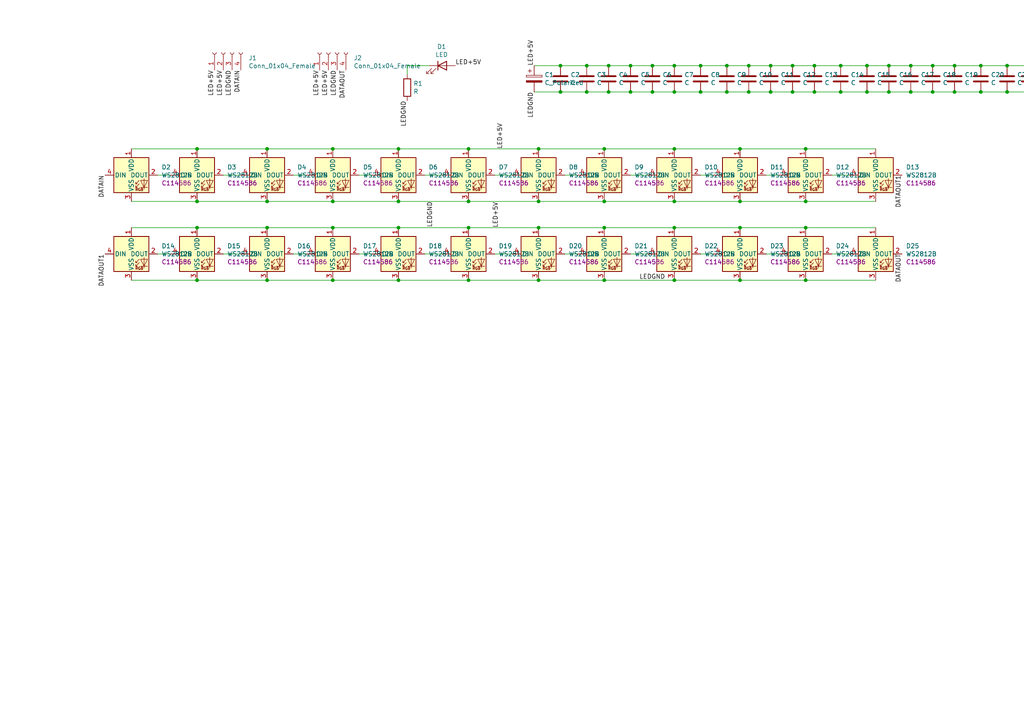
<source format=kicad_sch>
(kicad_sch (version 20211123) (generator eeschema)
  (paper "A4")
  (title_block (title "ELEC PANEL") (date "2023-02-10") (rev "3"))
  (lib_symbols
    (symbol "Connector:Conn_01x04_Female" (pin_names (offset 1.016) hide)
      (property "Reference" "J" (at 0 5.08 0))
      (property "Value" "Conn_01x04_Female" (at 0 -7.62 0))
      (symbol "Conn_01x04_Female_1_1"
        (arc (start 0 -4.572) (mid -0.508 -5.08) (end 0 -5.588) (stroke (width 0.1524)))
        (arc (start 0 -2.032) (mid -0.508 -2.54) (end 0 -3.048) (stroke (width 0.1524)))
        (polyline (pts (xy -1.27 -5.08) (xy -0.508 -5.08)) (stroke (width 0.1524)))
        (polyline (pts (xy -1.27 -2.54) (xy -0.508 -2.54)) (stroke (width 0.1524)))
        (polyline (pts (xy -1.27 0) (xy -0.508 0)) (stroke (width 0.1524)))
        (polyline (pts (xy -1.27 2.54) (xy -0.508 2.54)) (stroke (width 0.1524)))
        (arc (start 0 0.508) (mid -0.508 0) (end 0 -0.508) (stroke (width 0.1524)))
        (arc (start 0 3.048) (mid -0.508 2.54) (end 0 2.032) (stroke (width 0.1524)))
        (pin passive line (at -5.08 2.54 0) (length 3.81) (name "Pin_1") (number "1"))
        (pin passive line (at -5.08 0 0) (length 3.81) (name "Pin_2") (number "2"))
        (pin passive line (at -5.08 -2.54 0) (length 3.81) (name "Pin_3") (number "3"))
        (pin passive line (at -5.08 -5.08 0) (length 3.81) (name "Pin_4") (number "4"))
      )
    )
    (symbol "Device:C" (pin_numbers hide) (pin_names (offset 0.254))
      (property "Reference" "C" (at 0.635 2.54 0))
      (property "Value" "C" (at 0.635 -2.54 0))
      (symbol "C_0_1"
        (polyline (pts (xy -2.032 -0.762) (xy 2.032 -0.762)) (stroke (width 0.508)))
        (polyline (pts (xy -2.032 0.762) (xy 2.032 0.762)) (stroke (width 0.508)))
      )
      (symbol "C_1_1"
        (pin passive line (at 0 3.81 270) (length 2.794) (name "~") (number "1"))
        (pin passive line (at 0 -3.81 90) (length 2.794) (name "~") (number "2"))
      )
    )
    (symbol "Device:C_Polarized" (pin_numbers hide) (pin_names (offset 0.254))
      (property "Reference" "C" (at 0.635 2.54 0))
      (property "Value" "C_Polarized" (at 0.635 -2.54 0))
      (symbol "C_Polarized_0_1"
        (rectangle (start -2.286 0.508) (end 2.286 1.016))
        (polyline (pts (xy -1.778 2.286) (xy -0.762 2.286)))
        (polyline (pts (xy -1.27 2.794) (xy -1.27 1.778)))
        (rectangle (start 2.286 -0.508) (end -2.286 -1.016) (fill (type outline)))
      )
      (symbol "C_Polarized_1_1"
        (pin passive line (at 0 3.81 270) (length 2.794) (name "~") (number "1"))
        (pin passive line (at 0 -3.81 90) (length 2.794) (name "~") (number "2"))
      )
    )
    (symbol "Device:LED" (pin_numbers hide) (pin_names (offset 1.016) hide)
      (property "Reference" "D" (at 0 2.54 0))
      (property "Value" "LED" (at 0 -2.54 0))
      (symbol "LED_0_1"
        (polyline (pts (xy -1.27 -1.27) (xy -1.27 1.27)) (stroke (width 0.254)))
        (polyline (pts (xy -1.27 0) (xy 1.27 0)))
        (polyline (pts (xy 1.27 -1.27) (xy 1.27 1.27) (xy -1.27 0) (xy 1.27 -1.27)) (stroke (width 0.254)))
        (polyline (pts (xy -3.048 -0.762) (xy -4.572 -2.286) (xy -3.81 -2.286) (xy -4.572 -2.286) (xy -4.572 -1.524)))
        (polyline (pts (xy -1.778 -0.762) (xy -3.302 -2.286) (xy -2.54 -2.286) (xy -3.302 -2.286) (xy -3.302 -1.524)))
      )
      (symbol "LED_1_1"
        (pin passive line (at -3.81 0 0) (length 2.54) (name "K") (number "1"))
        (pin passive line (at 3.81 0 180) (length 2.54) (name "A") (number "2"))
      )
    )
    (symbol "Device:R" (pin_numbers hide) (pin_names (offset 0))
      (property "Reference" "R" (at 2.032 0 90))
      (property "Value" "R" (at 0 0 90))
      (symbol "R_0_1"
        (rectangle (start -1.016 -2.54) (end 1.016 2.54) (stroke (width 0.254)))
      )
      (symbol "R_1_1"
        (pin passive line (at 0 3.81 270) (length 1.27) (name "~") (number "1"))
        (pin passive line (at 0 -3.81 90) (length 1.27) (name "~") (number "2"))
      )
    )
    (symbol "LED:WS2812B" (pin_names (offset 0.254))
      (property "Reference" "D" (at 5.08 5.715 0))
      (property "Value" "WS2812B" (at 1.27 -5.715 0))
      (symbol "WS2812B_0_0"
        (text "RGB" (at 2.286 -4.191 0) (effects (font (size 0.762 0.762))))
      )
      (symbol "WS2812B_0_1"
        (polyline (pts (xy 1.27 -3.556) (xy 1.778 -3.556)))
        (polyline (pts (xy 1.27 -2.54) (xy 1.778 -2.54)))
        (polyline (pts (xy 4.699 -3.556) (xy 2.667 -3.556)))
        (polyline (pts (xy 2.286 -2.54) (xy 1.27 -3.556) (xy 1.27 -3.048)))
        (polyline (pts (xy 2.286 -1.524) (xy 1.27 -2.54) (xy 1.27 -2.032)))
        (polyline (pts (xy 3.683 -1.016) (xy 3.683 -3.556) (xy 3.683 -4.064)))
        (polyline (pts (xy 4.699 -1.524) (xy 2.667 -1.524) (xy 3.683 -3.556) (xy 4.699 -1.524)))
        (rectangle (start 5.08 5.08) (end -5.08 -5.08) (stroke (width 0.254)) (fill (type background)))
      )
      (symbol "WS2812B_1_1"
        (pin power_in line (at 0 7.62 270) (length 2.54) (name "VDD") (number "1"))
        (pin output line (at 7.62 0 180) (length 2.54) (name "DOUT") (number "2"))
        (pin power_in line (at 0 -7.62 90) (length 2.54) (name "VSS") (number "3"))
        (pin input line (at -7.62 0 0) (length 2.54) (name "DIN") (number "4"))
      )
    )
  )
  (junction (at 203.2 19.05))
  (junction (at 189.23 19.05))
  (junction (at 229.87 19.05))
  (junction (at 276.86 26.67))
  (junction (at 304.8 26.67))
  (junction (at 195.58 43.18))
  (junction (at 298.45 26.67))
  (junction (at 214.63 66.04))
  (junction (at 115.57 81.28))
  (junction (at 77.47 81.28))
  (junction (at 214.63 58.42))
  (junction (at 214.63 43.18))
  (junction (at 156.21 81.28))
  (junction (at 195.58 81.28))
  (junction (at 257.81 19.05))
  (junction (at 176.53 19.05))
  (junction (at 214.63 81.28))
  (junction (at 175.26 58.42))
  (junction (at 156.21 43.18))
  (junction (at 77.47 66.04))
  (junction (at 284.48 19.05))
  (junction (at 292.1 19.05))
  (junction (at 264.16 19.05))
  (junction (at 96.52 43.18))
  (junction (at 156.21 58.42))
  (junction (at 135.89 58.42))
  (junction (at 223.52 19.05))
  (junction (at 135.89 81.28))
  (junction (at 210.82 26.67))
  (junction (at 236.22 19.05))
  (junction (at 175.26 43.18))
  (junction (at 135.89 43.18))
  (junction (at 77.47 58.42))
  (junction (at 195.58 66.04))
  (junction (at 311.15 26.67))
  (junction (at 251.46 19.05))
  (junction (at 162.56 19.05))
  (junction (at 115.57 58.42))
  (junction (at 292.1 26.67))
  (junction (at 236.22 26.67))
  (junction (at 223.52 26.67))
  (junction (at 233.68 43.18))
  (junction (at 233.68 58.42))
  (junction (at 233.68 81.28))
  (junction (at 57.15 81.28))
  (junction (at 270.51 19.05))
  (junction (at 195.58 19.05))
  (junction (at 229.87 26.67))
  (junction (at 115.57 66.04))
  (junction (at 176.53 26.67))
  (junction (at 182.88 19.05))
  (junction (at 162.56 26.67))
  (junction (at 304.8 19.05))
  (junction (at 251.46 26.67))
  (junction (at 217.17 19.05))
  (junction (at 96.52 81.28))
  (junction (at 195.58 26.67))
  (junction (at 175.26 81.28))
  (junction (at 233.68 66.04))
  (junction (at 257.81 26.67))
  (junction (at 270.51 26.67))
  (junction (at 243.84 26.67))
  (junction (at 264.16 26.67))
  (junction (at 276.86 19.05))
  (junction (at 156.21 66.04))
  (junction (at 182.88 26.67))
  (junction (at 96.52 66.04))
  (junction (at 96.52 58.42))
  (junction (at 57.15 43.18))
  (junction (at 115.57 43.18))
  (junction (at 170.18 19.05))
  (junction (at 284.48 26.67))
  (junction (at 189.23 26.67))
  (junction (at 57.15 66.04))
  (junction (at 135.89 66.04))
  (junction (at 243.84 19.05))
  (junction (at 77.47 43.18))
  (junction (at 57.15 58.42))
  (junction (at 195.58 58.42))
  (junction (at 298.45 19.05))
  (junction (at 217.17 26.67))
  (junction (at 203.2 26.67))
  (junction (at 311.15 19.05))
  (junction (at 170.18 26.67))
  (junction (at 210.82 19.05))
  (junction (at 175.26 66.04))
  (wire (pts (xy 317.5 19.05) (xy 311.15 19.05)))
  (wire (pts (xy 182.88 50.8) (xy 187.96 50.8)))
  (wire (pts (xy 38.1 81.28) (xy 57.15 81.28)))
  (wire (pts (xy 257.81 26.67) (xy 251.46 26.67)))
  (wire (pts (xy 203.2 19.05) (xy 195.58 19.05)))
  (wire (pts (xy 187.96 73.66) (xy 182.88 73.66)))
  (wire (pts (xy 251.46 19.05) (xy 243.84 19.05)))
  (wire (pts (xy 233.68 66.04) (xy 214.63 66.04)))
  (wire (pts (xy 203.2 50.8) (xy 207.01 50.8)))
  (wire (pts (xy 243.84 19.05) (xy 236.22 19.05)))
  (wire (pts (xy 107.95 73.66) (xy 104.14 73.66)))
  (wire (pts (xy 162.56 26.67) (xy 154.94 26.67)))
  (wire (pts (xy 276.86 26.67) (xy 270.51 26.67)))
  (wire (pts (xy 156.21 43.18) (xy 135.89 43.18)))
  (wire (pts (xy 236.22 26.67) (xy 229.87 26.67)))
  (wire (pts (xy 210.82 19.05) (xy 203.2 19.05)))
  (wire (pts (xy 135.89 43.18) (xy 115.57 43.18)))
  (wire (pts (xy 88.9 73.66) (xy 85.09 73.66)))
  (wire (pts (xy 195.58 19.05) (xy 189.23 19.05)))
  (wire (pts (xy 163.83 50.8) (xy 167.64 50.8)))
  (wire (pts (xy 135.89 58.42) (xy 156.21 58.42)))
  (wire (pts (xy 270.51 19.05) (xy 264.16 19.05)))
  (wire (pts (xy 276.86 19.05) (xy 270.51 19.05)))
  (wire (pts (xy 214.63 81.28) (xy 233.68 81.28)))
  (wire (pts (xy 264.16 19.05) (xy 257.81 19.05)))
  (wire (pts (xy 189.23 26.67) (xy 182.88 26.67)))
  (wire (pts (xy 182.88 19.05) (xy 176.53 19.05)))
  (wire (pts (xy 96.52 43.18) (xy 77.47 43.18)))
  (wire (pts (xy 85.09 50.8) (xy 88.9 50.8)))
  (wire (pts (xy 57.15 43.18) (xy 38.1 43.18)))
  (wire (pts (xy 229.87 26.67) (xy 223.52 26.67)))
  (wire (pts (xy 175.26 43.18) (xy 156.21 43.18)))
  (wire (pts (xy 195.58 26.67) (xy 189.23 26.67)))
  (wire (pts (xy 189.23 19.05) (xy 182.88 19.05)))
  (wire (pts (xy 298.45 26.67) (xy 292.1 26.67)))
  (wire (pts (xy 214.63 43.18) (xy 195.58 43.18)))
  (wire (pts (xy 77.47 58.42) (xy 96.52 58.42)))
  (wire (pts (xy 243.84 26.67) (xy 236.22 26.67)))
  (wire (pts (xy 195.58 66.04) (xy 175.26 66.04)))
  (wire (pts (xy 311.15 26.67) (xy 304.8 26.67)))
  (wire (pts (xy 203.2 26.67) (xy 195.58 26.67)))
  (wire (pts (xy 195.58 58.42) (xy 214.63 58.42)))
  (wire (pts (xy 118.11 19.05) (xy 118.11 21.59)))
  (wire (pts (xy 223.52 26.67) (xy 217.17 26.67)))
  (wire (pts (xy 124.46 19.05) (xy 118.11 19.05)))
  (wire (pts (xy 207.01 73.66) (xy 203.2 73.66)))
  (wire (pts (xy 38.1 58.42) (xy 57.15 58.42)))
  (wire (pts (xy 214.63 58.42) (xy 233.68 58.42)))
  (wire (pts (xy 182.88 26.67) (xy 176.53 26.67)))
  (wire (pts (xy 135.89 66.04) (xy 115.57 66.04)))
  (wire (pts (xy 241.3 50.8) (xy 246.38 50.8)))
  (wire (pts (xy 251.46 26.67) (xy 243.84 26.67)))
  (wire (pts (xy 148.59 73.66) (xy 143.51 73.66)))
  (wire (pts (xy 233.68 43.18) (xy 214.63 43.18)))
  (wire (pts (xy 292.1 26.67) (xy 284.48 26.67)))
  (wire (pts (xy 233.68 81.28) (xy 254 81.28)))
  (wire (pts (xy 135.89 81.28) (xy 156.21 81.28)))
  (wire (pts (xy 214.63 66.04) (xy 195.58 66.04)))
  (wire (pts (xy 115.57 43.18) (xy 96.52 43.18)))
  (wire (pts (xy 304.8 19.05) (xy 298.45 19.05)))
  (wire (pts (xy 210.82 26.67) (xy 203.2 26.67)))
  (wire (pts (xy 69.85 73.66) (xy 64.77 73.66)))
  (wire (pts (xy 96.52 81.28) (xy 115.57 81.28)))
  (wire (pts (xy 176.53 26.67) (xy 170.18 26.67)))
  (wire (pts (xy 77.47 43.18) (xy 57.15 43.18)))
  (wire (pts (xy 223.52 19.05) (xy 217.17 19.05)))
  (wire (pts (xy 45.72 50.8) (xy 49.53 50.8)))
  (wire (pts (xy 115.57 58.42) (xy 135.89 58.42)))
  (wire (pts (xy 317.5 26.67) (xy 311.15 26.67)))
  (wire (pts (xy 104.14 50.8) (xy 107.95 50.8)))
  (wire (pts (xy 284.48 19.05) (xy 276.86 19.05)))
  (wire (pts (xy 170.18 26.67) (xy 162.56 26.67)))
  (wire (pts (xy 143.51 50.8) (xy 148.59 50.8)))
  (wire (pts (xy 175.26 66.04) (xy 156.21 66.04)))
  (wire (pts (xy 115.57 81.28) (xy 135.89 81.28)))
  (wire (pts (xy 270.51 26.67) (xy 264.16 26.67)))
  (wire (pts (xy 156.21 81.28) (xy 175.26 81.28)))
  (wire (pts (xy 254 43.18) (xy 233.68 43.18)))
  (wire (pts (xy 233.68 58.42) (xy 254 58.42)))
  (wire (pts (xy 96.52 66.04) (xy 77.47 66.04)))
  (wire (pts (xy 167.64 73.66) (xy 163.83 73.66)))
  (wire (pts (xy 49.53 73.66) (xy 45.72 73.66)))
  (wire (pts (xy 217.17 26.67) (xy 210.82 26.67)))
  (wire (pts (xy 175.26 58.42) (xy 195.58 58.42)))
  (wire (pts (xy 128.27 73.66) (xy 123.19 73.66)))
  (wire (pts (xy 229.87 19.05) (xy 223.52 19.05)))
  (wire (pts (xy 57.15 66.04) (xy 38.1 66.04)))
  (wire (pts (xy 123.19 50.8) (xy 128.27 50.8)))
  (wire (pts (xy 264.16 26.67) (xy 257.81 26.67)))
  (wire (pts (xy 170.18 19.05) (xy 162.56 19.05)))
  (wire (pts (xy 257.81 19.05) (xy 251.46 19.05)))
  (wire (pts (xy 175.26 81.28) (xy 195.58 81.28)))
  (wire (pts (xy 77.47 81.28) (xy 96.52 81.28)))
  (wire (pts (xy 57.15 58.42) (xy 77.47 58.42)))
  (wire (pts (xy 304.8 26.67) (xy 298.45 26.67)))
  (wire (pts (xy 292.1 19.05) (xy 284.48 19.05)))
  (wire (pts (xy 156.21 66.04) (xy 135.89 66.04)))
  (wire (pts (xy 254 66.04) (xy 233.68 66.04)))
  (wire (pts (xy 64.77 50.8) (xy 69.85 50.8)))
  (wire (pts (xy 311.15 19.05) (xy 304.8 19.05)))
  (wire (pts (xy 226.06 73.66) (xy 222.25 73.66)))
  (wire (pts (xy 284.48 26.67) (xy 276.86 26.67)))
  (wire (pts (xy 195.58 81.28) (xy 214.63 81.28)))
  (wire (pts (xy 162.56 19.05) (xy 154.94 19.05)))
  (wire (pts (xy 222.25 50.8) (xy 226.06 50.8)))
  (wire (pts (xy 217.17 19.05) (xy 210.82 19.05)))
  (wire (pts (xy 195.58 43.18) (xy 175.26 43.18)))
  (wire (pts (xy 57.15 81.28) (xy 77.47 81.28)))
  (wire (pts (xy 236.22 19.05) (xy 229.87 19.05)))
  (wire (pts (xy 96.52 58.42) (xy 115.57 58.42)))
  (wire (pts (xy 246.38 73.66) (xy 241.3 73.66)))
  (wire (pts (xy 115.57 66.04) (xy 96.52 66.04)))
  (wire (pts (xy 156.21 58.42) (xy 175.26 58.42)))
  (wire (pts (xy 176.53 19.05) (xy 170.18 19.05)))
  (wire (pts (xy 298.45 19.05) (xy 292.1 19.05)))
  (wire (pts (xy 77.47 66.04) (xy 57.15 66.04)))
  (label "DATAOUT" (at 100.33 20.32 270))
  (label "DATAOUT1" (at 261.62 50.8 270))
  (label "LED+5V" (at 154.94 19.05 90))
  (label "DATAOUT" (at 261.62 73.66 270))
  (label "LEDGND" (at 154.94 26.67 270))
  (label "DATAOUT1" (at 30.48 73.66 270))
  (label "LED+5V" (at 144.78 66.04 90))
  (label "LED+5V" (at 132.08 19.05 0))
  (label "LEDGND" (at 67.31 20.32 270))
  (label "LED+5V" (at 62.23 20.32 270))
  (label "DATAIN" (at 69.85 20.32 270))
  (label "LEDGND" (at 185.42 81.28 0))
  (label "LED+5V" (at 92.71 20.32 270))
  (label "LED+5V" (at 95.25 20.32 270))
  (label "LED+5V" (at 146.05 43.18 90))
  (label "DATAIN" (at 30.48 50.8 270))
  (label "LEDGND" (at 97.79 20.32 270))
  (label "LEDGND" (at 118.11 29.21 270))
  (label "LEDGND" (at 125.73 58.42 270))
  (label "LED+5V" (at 64.77 20.32 270))
  (symbol (lib_id "Device:C_Polarized") (at 154.94 22.86 0) (unit 1)
    (property "Reference" "C1" (at 157.9372 21.6916 0) (effects (justify left)))
    (property "Value" "C_Polarized" (at 157.9372 24.003 0) (effects (justify left)))
    (property "Footprint" "OH_Footprints:CP_Elec_8x10" (effects hide))
  )
  (symbol (lib_id "LED:WS2812B") (at 38.1 50.8 0) (unit 1)
    (property "Reference" "D2" (at 46.8376 48.4886 0) (effects (justify left)))
    (property "Value" "WS2812B" (at 46.8376 50.8 0) (effects (justify left)))
    (property "Footprint" "OH_Footprints:LED_WS2812B_PLCC4_5.0x5.0mm_P3.2mm" (effects hide))
    (property "Datasheet" "https://cdn-shop.adafruit.com/datasheets/WS2812B.pdf" (effects hide))
    (property "LCSC Part Number" "C114586" (at 46.8376 53.1114 0) (effects (justify left)))
  )
  (symbol (lib_id "Device:R") (at 118.11 25.4 0) (unit 1)
    (property "Reference" "R1" (at 119.888 24.2316 0) (effects (justify left)))
    (property "Value" "R" (at 119.888 26.543 0) (effects (justify left)))
    (property "Footprint" "OH_Footprints:R_0603_1608Metric" (effects hide))
  )
  (symbol (lib_id "Device:LED") (at 128.27 19.05 0) (unit 1)
    (property "Reference" "D1" (at 128.0922 13.5382 0))
    (property "Value" "LED" (at 128.0922 15.8496 0))
    (property "Footprint" "OH_Footprints:LED_D3.0mm" (effects hide))
  )
  (symbol (lib_id "Connector:Conn_01x04_Female") (at 64.77 15.24 90) (unit 1)
    (property "Reference" "J1" (at 72.0852 16.8148 90) (effects (justify right)))
    (property "Value" "Conn_01x04_Female" (at 72.0852 19.1262 90) (effects (justify right)))
    (property "Footprint" "OH_Footprints:Molex_Mini-Fit_Jr_5566-04A_2x02_P4.20mm_Vertical" (effects hide))
  )
  (symbol (lib_id "Connector:Conn_01x04_Female") (at 95.25 15.24 90) (unit 1)
    (property "Reference" "J2" (at 102.5652 16.8148 90) (effects (justify right)))
    (property "Value" "Conn_01x04_Female" (at 102.5652 19.1262 90) (effects (justify right)))
    (property "Footprint" "OH_Footprints:Molex_Mini-Fit_Jr_5566-04A_2x02_P4.20mm_Vertical" (effects hide))
  )
  (symbol (lib_id "LED:WS2812B") (at 57.15 50.8 0) (unit 1)
    (property "Reference" "D3" (at 65.8876 48.4886 0) (effects (justify left)))
    (property "Value" "WS2812B" (at 65.8876 50.8 0) (effects (justify left)))
    (property "Footprint" "OH_Footprints:LED_WS2812B_PLCC4_5.0x5.0mm_P3.2mm" (effects hide))
    (property "Datasheet" "https://cdn-shop.adafruit.com/datasheets/WS2812B.pdf" (effects hide))
    (property "LCSC Part Number" "C114586" (at 65.8876 53.1114 0) (effects (justify left)))
  )
  (symbol (lib_id "LED:WS2812B") (at 77.47 50.8 0) (unit 1)
    (property "Reference" "D4" (at 86.2076 48.4886 0) (effects (justify left)))
    (property "Value" "WS2812B" (at 86.2076 50.8 0) (effects (justify left)))
    (property "Footprint" "OH_Footprints:LED_WS2812B_PLCC4_5.0x5.0mm_P3.2mm" (effects hide))
    (property "Datasheet" "https://cdn-shop.adafruit.com/datasheets/WS2812B.pdf" (effects hide))
    (property "LCSC Part Number" "C114586" (at 86.2076 53.1114 0) (effects (justify left)))
  )
  (symbol (lib_id "LED:WS2812B") (at 96.52 50.8 0) (unit 1)
    (property "Reference" "D5" (at 105.2576 48.4886 0) (effects (justify left)))
    (property "Value" "WS2812B" (at 105.2576 50.8 0) (effects (justify left)))
    (property "Footprint" "OH_Footprints:LED_WS2812B_PLCC4_5.0x5.0mm_P3.2mm" (effects hide))
    (property "Datasheet" "https://cdn-shop.adafruit.com/datasheets/WS2812B.pdf" (effects hide))
    (property "LCSC Part Number" "C114586" (at 105.2576 53.1114 0) (effects (justify left)))
  )
  (symbol (lib_id "LED:WS2812B") (at 115.57 50.8 0) (unit 1)
    (property "Reference" "D6" (at 124.3076 48.4886 0) (effects (justify left)))
    (property "Value" "WS2812B" (at 124.3076 50.8 0) (effects (justify left)))
    (property "Footprint" "OH_Footprints:LED_WS2812B_PLCC4_5.0x5.0mm_P3.2mm" (effects hide))
    (property "Datasheet" "https://cdn-shop.adafruit.com/datasheets/WS2812B.pdf" (effects hide))
    (property "LCSC Part Number" "C114586" (at 124.3076 53.1114 0) (effects (justify left)))
  )
  (symbol (lib_id "LED:WS2812B") (at 135.89 50.8 0) (unit 1)
    (property "Reference" "D7" (at 144.6276 48.4886 0) (effects (justify left)))
    (property "Value" "WS2812B" (at 144.6276 50.8 0) (effects (justify left)))
    (property "Footprint" "OH_Footprints:LED_WS2812B_PLCC4_5.0x5.0mm_P3.2mm" (effects hide))
    (property "Datasheet" "https://cdn-shop.adafruit.com/datasheets/WS2812B.pdf" (effects hide))
    (property "LCSC Part Number" "C114586" (at 144.6276 53.1114 0) (effects (justify left)))
  )
  (symbol (lib_id "LED:WS2812B") (at 156.21 50.8 0) (unit 1)
    (property "Reference" "D8" (at 164.9476 48.4886 0) (effects (justify left)))
    (property "Value" "WS2812B" (at 164.9476 50.8 0) (effects (justify left)))
    (property "Footprint" "OH_Footprints:LED_WS2812B_PLCC4_5.0x5.0mm_P3.2mm" (effects hide))
    (property "Datasheet" "https://cdn-shop.adafruit.com/datasheets/WS2812B.pdf" (effects hide))
    (property "LCSC Part Number" "C114586" (at 164.9476 53.1114 0) (effects (justify left)))
  )
  (symbol (lib_id "LED:WS2812B") (at 175.26 50.8 0) (unit 1)
    (property "Reference" "D9" (at 183.9976 48.4886 0) (effects (justify left)))
    (property "Value" "WS2812B" (at 183.9976 50.8 0) (effects (justify left)))
    (property "Footprint" "OH_Footprints:LED_WS2812B_PLCC4_5.0x5.0mm_P3.2mm" (effects hide))
    (property "Datasheet" "https://cdn-shop.adafruit.com/datasheets/WS2812B.pdf" (effects hide))
    (property "LCSC Part Number" "C114586" (at 183.9976 53.1114 0) (effects (justify left)))
  )
  (symbol (lib_id "LED:WS2812B") (at 195.58 50.8 0) (unit 1)
    (property "Reference" "D10" (at 204.3176 48.4886 0) (effects (justify left)))
    (property "Value" "WS2812B" (at 204.3176 50.8 0) (effects (justify left)))
    (property "Footprint" "OH_Footprints:LED_WS2812B_PLCC4_5.0x5.0mm_P3.2mm" (effects hide))
    (property "Datasheet" "https://cdn-shop.adafruit.com/datasheets/WS2812B.pdf" (effects hide))
    (property "LCSC Part Number" "C114586" (at 204.3176 53.1114 0) (effects (justify left)))
  )
  (symbol (lib_id "LED:WS2812B") (at 214.63 50.8 0) (unit 1)
    (property "Reference" "D11" (at 223.3676 48.4886 0) (effects (justify left)))
    (property "Value" "WS2812B" (at 223.3676 50.8 0) (effects (justify left)))
    (property "Footprint" "OH_Footprints:LED_WS2812B_PLCC4_5.0x5.0mm_P3.2mm" (effects hide))
    (property "Datasheet" "https://cdn-shop.adafruit.com/datasheets/WS2812B.pdf" (effects hide))
    (property "LCSC Part Number" "C114586" (at 223.3676 53.1114 0) (effects (justify left)))
  )
  (symbol (lib_id "LED:WS2812B") (at 233.68 50.8 0) (unit 1)
    (property "Reference" "D12" (at 242.4176 48.4886 0) (effects (justify left)))
    (property "Value" "WS2812B" (at 242.4176 50.8 0) (effects (justify left)))
    (property "Footprint" "OH_Footprints:LED_WS2812B_PLCC4_5.0x5.0mm_P3.2mm" (effects hide))
    (property "Datasheet" "https://cdn-shop.adafruit.com/datasheets/WS2812B.pdf" (effects hide))
    (property "LCSC Part Number" "C114586" (at 242.4176 53.1114 0) (effects (justify left)))
  )
  (symbol (lib_id "LED:WS2812B") (at 254 50.8 0) (unit 1)
    (property "Reference" "D13" (at 262.7376 48.4886 0) (effects (justify left)))
    (property "Value" "WS2812B" (at 262.7376 50.8 0) (effects (justify left)))
    (property "Footprint" "OH_Footprints:LED_WS2812B_PLCC4_5.0x5.0mm_P3.2mm" (effects hide))
    (property "Datasheet" "https://cdn-shop.adafruit.com/datasheets/WS2812B.pdf" (effects hide))
    (property "LCSC Part Number" "C114586" (at 262.7376 53.1114 0) (effects (justify left)))
  )
  (symbol (lib_id "LED:WS2812B") (at 38.1 73.66 0) (unit 1)
    (property "Reference" "D14" (at 46.8376 71.3486 0) (effects (justify left)))
    (property "Value" "WS2812B" (at 46.8376 73.66 0) (effects (justify left)))
    (property "Footprint" "OH_Footprints:LED_WS2812B_PLCC4_5.0x5.0mm_P3.2mm" (effects hide))
    (property "Datasheet" "https://cdn-shop.adafruit.com/datasheets/WS2812B.pdf" (effects hide))
    (property "LCSC Part Number" "C114586" (at 46.8376 75.9714 0) (effects (justify left)))
  )
  (symbol (lib_id "LED:WS2812B") (at 57.15 73.66 0) (unit 1)
    (property "Reference" "D15" (at 65.8876 71.3486 0) (effects (justify left)))
    (property "Value" "WS2812B" (at 65.8876 73.66 0) (effects (justify left)))
    (property "Footprint" "OH_Footprints:LED_WS2812B_PLCC4_5.0x5.0mm_P3.2mm" (effects hide))
    (property "Datasheet" "https://cdn-shop.adafruit.com/datasheets/WS2812B.pdf" (effects hide))
    (property "LCSC Part Number" "C114586" (at 65.8876 75.9714 0) (effects (justify left)))
  )
  (symbol (lib_id "LED:WS2812B") (at 77.47 73.66 0) (unit 1)
    (property "Reference" "D16" (at 86.2076 71.3486 0) (effects (justify left)))
    (property "Value" "WS2812B" (at 86.2076 73.66 0) (effects (justify left)))
    (property "Footprint" "OH_Footprints:LED_WS2812B_PLCC4_5.0x5.0mm_P3.2mm" (effects hide))
    (property "Datasheet" "https://cdn-shop.adafruit.com/datasheets/WS2812B.pdf" (effects hide))
    (property "LCSC Part Number" "C114586" (at 86.2076 75.9714 0) (effects (justify left)))
  )
  (symbol (lib_id "LED:WS2812B") (at 96.52 73.66 0) (unit 1)
    (property "Reference" "D17" (at 105.2576 71.3486 0) (effects (justify left)))
    (property "Value" "WS2812B" (at 105.2576 73.66 0) (effects (justify left)))
    (property "Footprint" "OH_Footprints:LED_WS2812B_PLCC4_5.0x5.0mm_P3.2mm" (effects hide))
    (property "Datasheet" "https://cdn-shop.adafruit.com/datasheets/WS2812B.pdf" (effects hide))
    (property "LCSC Part Number" "C114586" (at 105.2576 75.9714 0) (effects (justify left)))
  )
  (symbol (lib_id "LED:WS2812B") (at 115.57 73.66 0) (unit 1)
    (property "Reference" "D18" (at 124.3076 71.3486 0) (effects (justify left)))
    (property "Value" "WS2812B" (at 124.3076 73.66 0) (effects (justify left)))
    (property "Footprint" "OH_Footprints:LED_WS2812B_PLCC4_5.0x5.0mm_P3.2mm" (effects hide))
    (property "Datasheet" "https://cdn-shop.adafruit.com/datasheets/WS2812B.pdf" (effects hide))
    (property "LCSC Part Number" "C114586" (at 124.3076 75.9714 0) (effects (justify left)))
  )
  (symbol (lib_id "LED:WS2812B") (at 135.89 73.66 0) (unit 1)
    (property "Reference" "D19" (at 144.6276 71.3486 0) (effects (justify left)))
    (property "Value" "WS2812B" (at 144.6276 73.66 0) (effects (justify left)))
    (property "Footprint" "OH_Footprints:LED_WS2812B_PLCC4_5.0x5.0mm_P3.2mm" (effects hide))
    (property "Datasheet" "https://cdn-shop.adafruit.com/datasheets/WS2812B.pdf" (effects hide))
    (property "LCSC Part Number" "C114586" (at 144.6276 75.9714 0) (effects (justify left)))
  )
  (symbol (lib_id "LED:WS2812B") (at 156.21 73.66 0) (unit 1)
    (property "Reference" "D20" (at 164.9476 71.3486 0) (effects (justify left)))
    (property "Value" "WS2812B" (at 164.9476 73.66 0) (effects (justify left)))
    (property "Footprint" "OH_Footprints:LED_WS2812B_PLCC4_5.0x5.0mm_P3.2mm" (effects hide))
    (property "Datasheet" "https://cdn-shop.adafruit.com/datasheets/WS2812B.pdf" (effects hide))
    (property "LCSC Part Number" "C114586" (at 164.9476 75.9714 0) (effects (justify left)))
  )
  (symbol (lib_id "LED:WS2812B") (at 175.26 73.66 0) (unit 1)
    (property "Reference" "D21" (at 183.9976 71.3486 0) (effects (justify left)))
    (property "Value" "WS2812B" (at 183.9976 73.66 0) (effects (justify left)))
    (property "Footprint" "OH_Footprints:LED_WS2812B_PLCC4_5.0x5.0mm_P3.2mm" (effects hide))
    (property "Datasheet" "https://cdn-shop.adafruit.com/datasheets/WS2812B.pdf" (effects hide))
    (property "LCSC Part Number" "C114586" (at 183.9976 75.9714 0) (effects (justify left)))
  )
  (symbol (lib_id "LED:WS2812B") (at 195.58 73.66 0) (unit 1)
    (property "Reference" "D22" (at 204.3176 71.3486 0) (effects (justify left)))
    (property "Value" "WS2812B" (at 204.3176 73.66 0) (effects (justify left)))
    (property "Footprint" "OH_Footprints:LED_WS2812B_PLCC4_5.0x5.0mm_P3.2mm" (effects hide))
    (property "Datasheet" "https://cdn-shop.adafruit.com/datasheets/WS2812B.pdf" (effects hide))
    (property "LCSC Part Number" "C114586" (at 204.3176 75.9714 0) (effects (justify left)))
  )
  (symbol (lib_id "LED:WS2812B") (at 214.63 73.66 0) (unit 1)
    (property "Reference" "D23" (at 223.3676 71.3486 0) (effects (justify left)))
    (property "Value" "WS2812B" (at 223.3676 73.66 0) (effects (justify left)))
    (property "Footprint" "OH_Footprints:LED_WS2812B_PLCC4_5.0x5.0mm_P3.2mm" (effects hide))
    (property "Datasheet" "https://cdn-shop.adafruit.com/datasheets/WS2812B.pdf" (effects hide))
    (property "LCSC Part Number" "C114586" (at 223.3676 75.9714 0) (effects (justify left)))
  )
  (symbol (lib_id "LED:WS2812B") (at 233.68 73.66 0) (unit 1)
    (property "Reference" "D24" (at 242.4176 71.3486 0) (effects (justify left)))
    (property "Value" "WS2812B" (at 242.4176 73.66 0) (effects (justify left)))
    (property "Footprint" "OH_Footprints:LED_WS2812B_PLCC4_5.0x5.0mm_P3.2mm" (effects hide))
    (property "Datasheet" "https://cdn-shop.adafruit.com/datasheets/WS2812B.pdf" (effects hide))
    (property "LCSC Part Number" "C114586" (at 242.4176 75.9714 0) (effects (justify left)))
  )
  (symbol (lib_id "LED:WS2812B") (at 254 73.66 0) (unit 1)
    (property "Reference" "D25" (at 262.7376 71.3486 0) (effects (justify left)))
    (property "Value" "WS2812B" (at 262.7376 73.66 0) (effects (justify left)))
    (property "Footprint" "OH_Footprints:LED_WS2812B_PLCC4_5.0x5.0mm_P3.2mm" (effects hide))
    (property "Datasheet" "https://cdn-shop.adafruit.com/datasheets/WS2812B.pdf" (effects hide))
    (property "LCSC Part Number" "C114586" (at 262.7376 75.9714 0) (effects (justify left)))
  )
  (symbol (lib_id "Device:C") (at 162.56 22.86 0) (unit 1)
    (property "Reference" "C2" (at 165.481 21.6916 0) (effects (justify left)))
    (property "Value" "C" (at 165.481 24.003 0) (effects (justify left)))
    (property "Footprint" "OH_Footprints:C_0603_1608Metric" (effects hide))
  )
  (symbol (lib_id "Device:C") (at 170.18 22.86 0) (unit 1)
    (property "Reference" "C3" (at 173.101 21.6916 0) (effects (justify left)))
    (property "Value" "C" (at 173.101 24.003 0) (effects (justify left)))
    (property "Footprint" "OH_Footprints:C_0603_1608Metric" (effects hide))
  )
  (symbol (lib_id "Device:C") (at 176.53 22.86 0) (unit 1)
    (property "Reference" "C4" (at 179.451 21.6916 0) (effects (justify left)))
    (property "Value" "C" (at 179.451 24.003 0) (effects (justify left)))
    (property "Footprint" "OH_Footprints:C_0603_1608Metric" (effects hide))
  )
  (symbol (lib_id "Device:C") (at 182.88 22.86 0) (unit 1)
    (property "Reference" "C5" (at 185.801 21.6916 0) (effects (justify left)))
    (property "Value" "C" (at 185.801 24.003 0) (effects (justify left)))
    (property "Footprint" "OH_Footprints:C_0603_1608Metric" (effects hide))
  )
  (symbol (lib_id "Device:C") (at 189.23 22.86 0) (unit 1)
    (property "Reference" "C6" (at 192.151 21.6916 0) (effects (justify left)))
    (property "Value" "C" (at 192.151 24.003 0) (effects (justify left)))
    (property "Footprint" "OH_Footprints:C_0603_1608Metric" (effects hide))
  )
  (symbol (lib_id "Device:C") (at 195.58 22.86 0) (unit 1)
    (property "Reference" "C7" (at 198.501 21.6916 0) (effects (justify left)))
    (property "Value" "C" (at 198.501 24.003 0) (effects (justify left)))
    (property "Footprint" "OH_Footprints:C_0603_1608Metric" (effects hide))
  )
  (symbol (lib_id "Device:C") (at 203.2 22.86 0) (unit 1)
    (property "Reference" "C8" (at 206.121 21.6916 0) (effects (justify left)))
    (property "Value" "C" (at 206.121 24.003 0) (effects (justify left)))
    (property "Footprint" "OH_Footprints:C_0603_1608Metric" (effects hide))
  )
  (symbol (lib_id "Device:C") (at 210.82 22.86 0) (unit 1)
    (property "Reference" "C9" (at 213.741 21.6916 0) (effects (justify left)))
    (property "Value" "C" (at 213.741 24.003 0) (effects (justify left)))
    (property "Footprint" "OH_Footprints:C_0603_1608Metric" (effects hide))
  )
  (symbol (lib_id "Device:C") (at 217.17 22.86 0) (unit 1)
    (property "Reference" "C10" (at 220.091 21.6916 0) (effects (justify left)))
    (property "Value" "C" (at 220.091 24.003 0) (effects (justify left)))
    (property "Footprint" "OH_Footprints:C_0603_1608Metric" (effects hide))
  )
  (symbol (lib_id "Device:C") (at 223.52 22.86 0) (unit 1)
    (property "Reference" "C11" (at 226.441 21.6916 0) (effects (justify left)))
    (property "Value" "C" (at 226.441 24.003 0) (effects (justify left)))
    (property "Footprint" "OH_Footprints:C_0603_1608Metric" (effects hide))
  )
  (symbol (lib_id "Device:C") (at 229.87 22.86 0) (unit 1)
    (property "Reference" "C12" (at 232.791 21.6916 0) (effects (justify left)))
    (property "Value" "C" (at 232.791 24.003 0) (effects (justify left)))
    (property "Footprint" "OH_Footprints:C_0603_1608Metric" (effects hide))
  )
  (symbol (lib_id "Device:C") (at 236.22 22.86 0) (unit 1)
    (property "Reference" "C13" (at 239.141 21.6916 0) (effects (justify left)))
    (property "Value" "C" (at 239.141 24.003 0) (effects (justify left)))
    (property "Footprint" "OH_Footprints:C_0603_1608Metric" (effects hide))
  )
  (symbol (lib_id "Device:C") (at 243.84 22.86 0) (unit 1)
    (property "Reference" "C14" (at 246.761 21.6916 0) (effects (justify left)))
    (property "Value" "C" (at 246.761 24.003 0) (effects (justify left)))
    (property "Footprint" "OH_Footprints:C_0603_1608Metric" (effects hide))
  )
  (symbol (lib_id "Device:C") (at 251.46 22.86 0) (unit 1)
    (property "Reference" "C15" (at 254.381 21.6916 0) (effects (justify left)))
    (property "Value" "C" (at 254.381 24.003 0) (effects (justify left)))
    (property "Footprint" "OH_Footprints:C_0603_1608Metric" (effects hide))
  )
  (symbol (lib_id "Device:C") (at 257.81 22.86 0) (unit 1)
    (property "Reference" "C16" (at 260.731 21.6916 0) (effects (justify left)))
    (property "Value" "C" (at 260.731 24.003 0) (effects (justify left)))
    (property "Footprint" "OH_Footprints:C_0603_1608Metric" (effects hide))
  )
  (symbol (lib_id "Device:C") (at 264.16 22.86 0) (unit 1)
    (property "Reference" "C17" (at 267.081 21.6916 0) (effects (justify left)))
    (property "Value" "C" (at 267.081 24.003 0) (effects (justify left)))
    (property "Footprint" "OH_Footprints:C_0603_1608Metric" (effects hide))
  )
  (symbol (lib_id "Device:C") (at 270.51 22.86 0) (unit 1)
    (property "Reference" "C18" (at 273.431 21.6916 0) (effects (justify left)))
    (property "Value" "C" (at 273.431 24.003 0) (effects (justify left)))
    (property "Footprint" "OH_Footprints:C_0603_1608Metric" (effects hide))
  )
  (symbol (lib_id "Device:C") (at 276.86 22.86 0) (unit 1)
    (property "Reference" "C19" (at 279.781 21.6916 0) (effects (justify left)))
    (property "Value" "C" (at 279.781 24.003 0) (effects (justify left)))
    (property "Footprint" "OH_Footprints:C_0603_1608Metric" (effects hide))
  )
  (symbol (lib_id "Device:C") (at 284.48 22.86 0) (unit 1)
    (property "Reference" "C20" (at 287.401 21.6916 0) (effects (justify left)))
    (property "Value" "C" (at 287.401 24.003 0) (effects (justify left)))
    (property "Footprint" "OH_Footprints:C_0603_1608Metric" (effects hide))
  )
  (symbol (lib_id "Device:C") (at 292.1 22.86 0) (unit 1)
    (property "Reference" "C21" (at 295.021 21.6916 0) (effects (justify left)))
    (property "Value" "C" (at 295.021 24.003 0) (effects (justify left)))
    (property "Footprint" "OH_Footprints:C_0603_1608Metric" (effects hide))
  )
  (symbol (lib_id "Device:C") (at 298.45 22.86 0) (unit 1)
    (property "Reference" "C22" (at 301.371 21.6916 0) (effects (justify left)))
    (property "Value" "C" (at 301.371 24.003 0) (effects (justify left)))
    (property "Footprint" "OH_Footprints:C_0603_1608Metric" (effects hide))
  )
  (symbol (lib_id "Device:C") (at 304.8 22.86 0) (unit 1)
    (property "Reference" "C23" (at 307.721 21.6916 0) (effects (justify left)))
    (property "Value" "C" (at 307.721 24.003 0) (effects (justify left)))
    (property "Footprint" "OH_Footprints:C_0603_1608Metric" (effects hide))
  )
  (symbol (lib_id "Device:C") (at 311.15 22.86 0) (unit 1)
    (property "Reference" "C24" (at 314.071 21.6916 0) (effects (justify left)))
    (property "Value" "C" (at 314.071 24.003 0) (effects (justify left)))
    (property "Footprint" "OH_Footprints:C_0603_1608Metric" (effects hide))
  )
  (symbol (lib_id "Device:C") (at 317.5 22.86 0) (unit 1)
    (property "Reference" "C25" (at 320.421 21.6916 0) (effects (justify left)))
    (property "Value" "C" (at 320.421 24.003 0) (effects (justify left)))
    (property "Footprint" "OH_Footprints:C_0603_1608Metric" (effects hide))
  )
)
</source>
